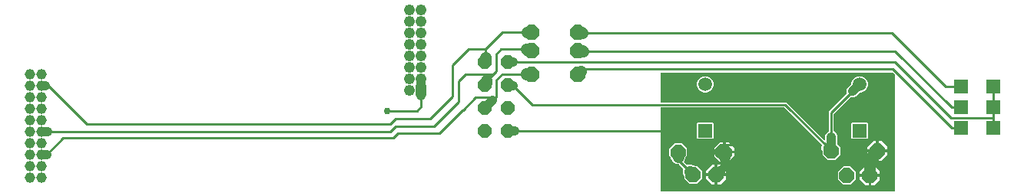
<source format=gbr>
G04 EAGLE Gerber RS-274X export*
G75*
%MOMM*%
%FSLAX34Y34*%
%LPD*%
%INTop Copper*%
%IPPOS*%
%AMOC8*
5,1,8,0,0,1.08239X$1,22.5*%
G01*
%ADD10R,1.508000X1.508000*%
%ADD11C,1.508000*%
%ADD12P,1.814519X8X22.500000*%
%ADD13P,1.814519X8X202.500000*%
%ADD14R,1.500000X1.500000*%
%ADD15P,1.649562X8X112.500000*%
%ADD16C,1.158000*%
%ADD17R,1.218000X1.218000*%
%ADD18C,1.218000*%
%ADD19C,0.254000*%
%ADD20C,1.270000*%
%ADD21C,1.016000*%
%ADD22C,0.203200*%
%ADD23C,0.756400*%

G36*
X584220Y115574D02*
X584220Y115574D01*
X584239Y115572D01*
X584341Y115594D01*
X584443Y115610D01*
X584460Y115620D01*
X584480Y115624D01*
X584569Y115677D01*
X584660Y115726D01*
X584674Y115740D01*
X584691Y115750D01*
X584758Y115829D01*
X584830Y115904D01*
X584838Y115922D01*
X584851Y115937D01*
X584890Y116033D01*
X584933Y116127D01*
X584935Y116147D01*
X584943Y116165D01*
X584961Y116332D01*
X584961Y244399D01*
X584947Y244489D01*
X584939Y244580D01*
X584927Y244610D01*
X584922Y244642D01*
X584879Y244723D01*
X584843Y244806D01*
X584817Y244839D01*
X584806Y244859D01*
X584783Y244881D01*
X584738Y244937D01*
X583011Y246664D01*
X582937Y246717D01*
X582868Y246777D01*
X582838Y246789D01*
X582812Y246808D01*
X582725Y246835D01*
X582640Y246869D01*
X582599Y246873D01*
X582577Y246880D01*
X582544Y246879D01*
X582473Y246887D01*
X327406Y246887D01*
X327386Y246884D01*
X327367Y246886D01*
X327265Y246864D01*
X327163Y246848D01*
X327146Y246838D01*
X327126Y246834D01*
X327037Y246781D01*
X326946Y246732D01*
X326932Y246718D01*
X326915Y246708D01*
X326848Y246629D01*
X326777Y246554D01*
X326768Y246536D01*
X326755Y246521D01*
X326716Y246425D01*
X326673Y246331D01*
X326671Y246311D01*
X326663Y246293D01*
X326645Y246126D01*
X326645Y214630D01*
X326648Y214610D01*
X326646Y214591D01*
X326668Y214489D01*
X326685Y214387D01*
X326694Y214370D01*
X326698Y214350D01*
X326751Y214261D01*
X326800Y214170D01*
X326814Y214156D01*
X326824Y214139D01*
X326903Y214072D01*
X326978Y214000D01*
X326996Y213992D01*
X327011Y213979D01*
X327107Y213940D01*
X327201Y213897D01*
X327221Y213895D01*
X327239Y213887D01*
X327406Y213869D01*
X465470Y213869D01*
X467330Y212009D01*
X507208Y172131D01*
X507266Y172089D01*
X507318Y172039D01*
X507365Y172017D01*
X507407Y171987D01*
X507476Y171966D01*
X507541Y171936D01*
X507593Y171930D01*
X507643Y171915D01*
X507714Y171917D01*
X507785Y171909D01*
X507836Y171920D01*
X507888Y171921D01*
X507956Y171946D01*
X508026Y171961D01*
X508071Y171988D01*
X508119Y172006D01*
X508175Y172050D01*
X508237Y172087D01*
X508271Y172127D01*
X508311Y172159D01*
X508350Y172220D01*
X508397Y172274D01*
X508416Y172322D01*
X508444Y172366D01*
X508462Y172436D01*
X508489Y172502D01*
X508497Y172574D01*
X508505Y172605D01*
X508503Y172628D01*
X508507Y172669D01*
X508507Y174161D01*
X508497Y174226D01*
X508496Y174292D01*
X508473Y174372D01*
X508468Y174404D01*
X508458Y174421D01*
X508449Y174453D01*
X508407Y174554D01*
X508407Y177182D01*
X509413Y179609D01*
X511271Y181467D01*
X511747Y181665D01*
X511847Y181726D01*
X511947Y181786D01*
X511951Y181791D01*
X511956Y181794D01*
X512031Y181884D01*
X512107Y181973D01*
X512109Y181979D01*
X512113Y181984D01*
X512155Y182092D01*
X512199Y182201D01*
X512200Y182209D01*
X512201Y182213D01*
X512202Y182232D01*
X512217Y182368D01*
X512217Y203850D01*
X514077Y205710D01*
X531858Y223490D01*
X531926Y223585D01*
X531996Y223679D01*
X531998Y223685D01*
X532001Y223690D01*
X532036Y223801D01*
X532072Y223913D01*
X532072Y223919D01*
X532074Y223925D01*
X532071Y224042D01*
X532069Y224159D01*
X532067Y224166D01*
X532067Y224171D01*
X532061Y224188D01*
X532023Y224320D01*
X531825Y224796D01*
X531825Y227424D01*
X532831Y229851D01*
X536812Y233833D01*
X536865Y233907D01*
X536925Y233976D01*
X536937Y234006D01*
X536956Y234033D01*
X536983Y234120D01*
X537017Y234204D01*
X537021Y234245D01*
X537028Y234268D01*
X537027Y234300D01*
X537035Y234371D01*
X537035Y235583D01*
X538415Y238915D01*
X540965Y241465D01*
X544297Y242845D01*
X547903Y242845D01*
X551235Y241465D01*
X553785Y238915D01*
X555165Y235583D01*
X555165Y231977D01*
X553785Y228645D01*
X551235Y226095D01*
X547903Y224715D01*
X546691Y224715D01*
X546601Y224701D01*
X546510Y224693D01*
X546480Y224681D01*
X546448Y224676D01*
X546368Y224633D01*
X546284Y224597D01*
X546252Y224571D01*
X546231Y224560D01*
X546209Y224537D01*
X546153Y224492D01*
X542171Y220511D01*
X539744Y219505D01*
X537116Y219505D01*
X536640Y219703D01*
X536526Y219729D01*
X536413Y219758D01*
X536406Y219757D01*
X536400Y219759D01*
X536284Y219748D01*
X536167Y219739D01*
X536162Y219736D01*
X536155Y219736D01*
X536048Y219688D01*
X535941Y219642D01*
X535935Y219638D01*
X535931Y219636D01*
X535917Y219623D01*
X535810Y219538D01*
X518030Y201757D01*
X517977Y201683D01*
X517917Y201614D01*
X517905Y201584D01*
X517886Y201558D01*
X517859Y201471D01*
X517825Y201386D01*
X517821Y201345D01*
X517814Y201323D01*
X517815Y201290D01*
X517807Y201219D01*
X517807Y182368D01*
X517826Y182253D01*
X517843Y182137D01*
X517845Y182131D01*
X517846Y182125D01*
X517901Y182023D01*
X517954Y181918D01*
X517959Y181913D01*
X517962Y181908D01*
X518046Y181828D01*
X518130Y181746D01*
X518136Y181742D01*
X518140Y181738D01*
X518157Y181731D01*
X518277Y181665D01*
X518753Y181467D01*
X520711Y179509D01*
X521717Y177082D01*
X521717Y167995D01*
X521731Y167905D01*
X521739Y167814D01*
X521751Y167784D01*
X521756Y167752D01*
X521799Y167671D01*
X521835Y167587D01*
X521861Y167555D01*
X521872Y167535D01*
X521895Y167513D01*
X521940Y167457D01*
X525019Y164378D01*
X525019Y156170D01*
X519216Y150367D01*
X511008Y150367D01*
X505205Y156170D01*
X505205Y158972D01*
X505203Y158988D01*
X505204Y159001D01*
X505195Y159046D01*
X505194Y159102D01*
X505171Y159182D01*
X505166Y159215D01*
X505156Y159232D01*
X505147Y159263D01*
X504062Y161883D01*
X504062Y165015D01*
X504558Y166211D01*
X504584Y166325D01*
X504613Y166438D01*
X504612Y166445D01*
X504614Y166451D01*
X504603Y166567D01*
X504594Y166684D01*
X504591Y166689D01*
X504591Y166696D01*
X504543Y166803D01*
X504497Y166910D01*
X504493Y166916D01*
X504491Y166920D01*
X504478Y166934D01*
X504393Y167041D01*
X463377Y208056D01*
X463303Y208109D01*
X463234Y208169D01*
X463204Y208181D01*
X463178Y208200D01*
X463091Y208227D01*
X463006Y208261D01*
X462965Y208265D01*
X462943Y208272D01*
X462910Y208271D01*
X462839Y208279D01*
X327406Y208279D01*
X327386Y208276D01*
X327367Y208278D01*
X327265Y208256D01*
X327163Y208240D01*
X327146Y208230D01*
X327126Y208226D01*
X327037Y208173D01*
X326946Y208124D01*
X326932Y208110D01*
X326915Y208100D01*
X326848Y208021D01*
X326777Y207946D01*
X326768Y207928D01*
X326755Y207913D01*
X326716Y207817D01*
X326673Y207723D01*
X326671Y207703D01*
X326663Y207685D01*
X326645Y207518D01*
X326645Y116332D01*
X326648Y116312D01*
X326646Y116293D01*
X326668Y116191D01*
X326685Y116089D01*
X326694Y116072D01*
X326698Y116052D01*
X326751Y115963D01*
X326800Y115872D01*
X326814Y115858D01*
X326824Y115841D01*
X326903Y115774D01*
X326978Y115702D01*
X326996Y115694D01*
X327011Y115681D01*
X327107Y115642D01*
X327201Y115599D01*
X327221Y115597D01*
X327239Y115589D01*
X327406Y115571D01*
X584200Y115571D01*
X584220Y115574D01*
G37*
%LPC*%
G36*
X358608Y123951D02*
X358608Y123951D01*
X352805Y129754D01*
X352805Y132313D01*
X352798Y132354D01*
X352799Y132358D01*
X352795Y132375D01*
X352791Y132403D01*
X352783Y132494D01*
X352771Y132524D01*
X352766Y132556D01*
X352749Y132587D01*
X352747Y132598D01*
X352721Y132642D01*
X352687Y132720D01*
X352661Y132752D01*
X352650Y132773D01*
X352631Y132792D01*
X352620Y132809D01*
X352606Y132821D01*
X352582Y132851D01*
X352480Y132953D01*
X351281Y135848D01*
X351281Y138980D01*
X351777Y140176D01*
X351803Y140289D01*
X351832Y140403D01*
X351831Y140410D01*
X351833Y140416D01*
X351822Y140532D01*
X351813Y140649D01*
X351810Y140654D01*
X351810Y140661D01*
X351762Y140769D01*
X351716Y140875D01*
X351712Y140881D01*
X351710Y140885D01*
X351697Y140899D01*
X351612Y141006D01*
X347299Y145318D01*
X347225Y145371D01*
X347156Y145431D01*
X347126Y145443D01*
X347100Y145462D01*
X347012Y145489D01*
X346928Y145523D01*
X346887Y145527D01*
X346865Y145534D01*
X346832Y145533D01*
X346761Y145541D01*
X344636Y145541D01*
X341741Y146740D01*
X339526Y148955D01*
X338327Y151850D01*
X338327Y152553D01*
X338313Y152643D01*
X338305Y152734D01*
X338293Y152764D01*
X338288Y152796D01*
X338245Y152877D01*
X338209Y152961D01*
X338183Y152993D01*
X338172Y153013D01*
X338149Y153035D01*
X338104Y153091D01*
X336295Y154900D01*
X336295Y163108D01*
X342098Y168911D01*
X350306Y168911D01*
X356109Y163108D01*
X356109Y154900D01*
X354300Y153091D01*
X354247Y153017D01*
X354187Y152948D01*
X354175Y152918D01*
X354156Y152892D01*
X354129Y152805D01*
X354095Y152720D01*
X354091Y152679D01*
X354084Y152657D01*
X354085Y152624D01*
X354077Y152553D01*
X354077Y151850D01*
X352878Y148955D01*
X352761Y148838D01*
X352749Y148822D01*
X352734Y148810D01*
X352705Y148765D01*
X352674Y148733D01*
X352654Y148690D01*
X352617Y148638D01*
X352611Y148619D01*
X352601Y148603D01*
X352585Y148541D01*
X352570Y148509D01*
X352567Y148474D01*
X352545Y148403D01*
X352545Y148383D01*
X352540Y148364D01*
X352546Y148291D01*
X352543Y148265D01*
X352549Y148239D01*
X352551Y148157D01*
X352558Y148139D01*
X352560Y148119D01*
X352591Y148044D01*
X352596Y148025D01*
X352606Y148007D01*
X352636Y147926D01*
X352648Y147911D01*
X352656Y147893D01*
X352761Y147762D01*
X355564Y144958D01*
X355659Y144890D01*
X355753Y144820D01*
X355759Y144818D01*
X355764Y144815D01*
X355875Y144780D01*
X355987Y144744D01*
X355993Y144744D01*
X355999Y144742D01*
X356116Y144745D01*
X356233Y144747D01*
X356240Y144749D01*
X356245Y144749D01*
X356262Y144755D01*
X356394Y144793D01*
X357590Y145289D01*
X360722Y145289D01*
X363617Y144090D01*
X363719Y143988D01*
X363793Y143935D01*
X363862Y143875D01*
X363892Y143863D01*
X363919Y143844D01*
X364006Y143817D01*
X364090Y143783D01*
X364131Y143779D01*
X364154Y143772D01*
X364186Y143773D01*
X364257Y143765D01*
X366816Y143765D01*
X372619Y137962D01*
X372619Y129754D01*
X366816Y123951D01*
X358608Y123951D01*
G37*
%LPD*%
%LPC*%
G36*
X537928Y173715D02*
X537928Y173715D01*
X537035Y174608D01*
X537035Y190952D01*
X537928Y191845D01*
X554272Y191845D01*
X555165Y190952D01*
X555165Y174608D01*
X554272Y173715D01*
X537928Y173715D01*
G37*
%LPD*%
%LPC*%
G36*
X367748Y173715D02*
X367748Y173715D01*
X366855Y174608D01*
X366855Y190952D01*
X367748Y191845D01*
X384092Y191845D01*
X384985Y190952D01*
X384985Y174608D01*
X384092Y173715D01*
X367748Y173715D01*
G37*
%LPD*%
%LPC*%
G36*
X528026Y123189D02*
X528026Y123189D01*
X522223Y128992D01*
X522223Y137200D01*
X528026Y143003D01*
X536234Y143003D01*
X542037Y137200D01*
X542037Y128992D01*
X536234Y123189D01*
X528026Y123189D01*
G37*
%LPD*%
%LPC*%
G36*
X374117Y224715D02*
X374117Y224715D01*
X370785Y226095D01*
X368235Y228645D01*
X366855Y231977D01*
X366855Y235583D01*
X368235Y238915D01*
X370785Y241465D01*
X374117Y242845D01*
X377723Y242845D01*
X381055Y241465D01*
X383605Y238915D01*
X384985Y235583D01*
X384985Y231977D01*
X383605Y228645D01*
X381055Y226095D01*
X377723Y224715D01*
X374117Y224715D01*
G37*
%LPD*%
%LPC*%
G36*
X567435Y161797D02*
X567435Y161797D01*
X567435Y171197D01*
X570436Y171197D01*
X576835Y164798D01*
X576835Y161797D01*
X567435Y161797D01*
G37*
%LPD*%
%LPC*%
G36*
X398525Y160527D02*
X398525Y160527D01*
X398525Y169927D01*
X401526Y169927D01*
X407925Y163528D01*
X407925Y160527D01*
X398525Y160527D01*
G37*
%LPD*%
%LPC*%
G36*
X389635Y135381D02*
X389635Y135381D01*
X389635Y144781D01*
X392636Y144781D01*
X399035Y138382D01*
X399035Y135381D01*
X389635Y135381D01*
G37*
%LPD*%
%LPC*%
G36*
X559053Y134619D02*
X559053Y134619D01*
X559053Y144019D01*
X562054Y144019D01*
X568453Y137620D01*
X568453Y134619D01*
X559053Y134619D01*
G37*
%LPD*%
%LPC*%
G36*
X554989Y161797D02*
X554989Y161797D01*
X554989Y164798D01*
X561388Y171197D01*
X564389Y171197D01*
X564389Y161797D01*
X554989Y161797D01*
G37*
%LPD*%
%LPC*%
G36*
X386079Y160527D02*
X386079Y160527D01*
X386079Y163528D01*
X392478Y169927D01*
X395479Y169927D01*
X395479Y160527D01*
X386079Y160527D01*
G37*
%LPD*%
%LPC*%
G36*
X567435Y149351D02*
X567435Y149351D01*
X567435Y158751D01*
X576835Y158751D01*
X576835Y155750D01*
X570436Y149351D01*
X567435Y149351D01*
G37*
%LPD*%
%LPC*%
G36*
X398525Y148081D02*
X398525Y148081D01*
X398525Y157481D01*
X407925Y157481D01*
X407925Y154480D01*
X401526Y148081D01*
X398525Y148081D01*
G37*
%LPD*%
%LPC*%
G36*
X377189Y135381D02*
X377189Y135381D01*
X377189Y138382D01*
X383588Y144781D01*
X386589Y144781D01*
X386589Y135381D01*
X377189Y135381D01*
G37*
%LPD*%
%LPC*%
G36*
X546607Y134619D02*
X546607Y134619D01*
X546607Y137620D01*
X553006Y144019D01*
X556007Y144019D01*
X556007Y134619D01*
X546607Y134619D01*
G37*
%LPD*%
%LPC*%
G36*
X389635Y122935D02*
X389635Y122935D01*
X389635Y132335D01*
X399035Y132335D01*
X399035Y129334D01*
X392636Y122935D01*
X389635Y122935D01*
G37*
%LPD*%
%LPC*%
G36*
X559053Y122173D02*
X559053Y122173D01*
X559053Y131573D01*
X568453Y131573D01*
X568453Y128572D01*
X562054Y122173D01*
X559053Y122173D01*
G37*
%LPD*%
%LPC*%
G36*
X561388Y149351D02*
X561388Y149351D01*
X554989Y155750D01*
X554989Y158751D01*
X564389Y158751D01*
X564389Y149351D01*
X561388Y149351D01*
G37*
%LPD*%
%LPC*%
G36*
X392478Y148081D02*
X392478Y148081D01*
X386079Y154480D01*
X386079Y157481D01*
X395479Y157481D01*
X395479Y148081D01*
X392478Y148081D01*
G37*
%LPD*%
%LPC*%
G36*
X383588Y122935D02*
X383588Y122935D01*
X377189Y129334D01*
X377189Y132335D01*
X386589Y132335D01*
X386589Y122935D01*
X383588Y122935D01*
G37*
%LPD*%
%LPC*%
G36*
X553006Y122173D02*
X553006Y122173D01*
X546607Y128572D01*
X546607Y131573D01*
X556007Y131573D01*
X556007Y122173D01*
X553006Y122173D01*
G37*
%LPD*%
%LPC*%
G36*
X565911Y160273D02*
X565911Y160273D01*
X565911Y160275D01*
X565913Y160275D01*
X565913Y160273D01*
X565911Y160273D01*
G37*
%LPD*%
%LPC*%
G36*
X397001Y159003D02*
X397001Y159003D01*
X397001Y159005D01*
X397003Y159005D01*
X397003Y159003D01*
X397001Y159003D01*
G37*
%LPD*%
%LPC*%
G36*
X388111Y133857D02*
X388111Y133857D01*
X388111Y133859D01*
X388113Y133859D01*
X388113Y133857D01*
X388111Y133857D01*
G37*
%LPD*%
%LPC*%
G36*
X557529Y133095D02*
X557529Y133095D01*
X557529Y133097D01*
X557531Y133097D01*
X557531Y133095D01*
X557529Y133095D01*
G37*
%LPD*%
D10*
X375920Y182780D03*
D11*
X375920Y233780D03*
D10*
X546100Y182780D03*
D11*
X546100Y233780D03*
D12*
X362712Y133858D03*
X388112Y133858D03*
X532130Y133096D03*
X557530Y133096D03*
D13*
X397002Y159004D03*
X346202Y159004D03*
X565912Y160274D03*
X515112Y160274D03*
D14*
X693140Y231140D03*
X658140Y231140D03*
X693140Y208280D03*
X658140Y208280D03*
X693140Y185420D03*
X658140Y185420D03*
D13*
X235712Y245415D03*
X184912Y245415D03*
X235864Y271170D03*
X185064Y271170D03*
X235763Y291592D03*
X184963Y291592D03*
D15*
X158496Y182118D03*
X158496Y207518D03*
X158496Y232918D03*
X158496Y258318D03*
X133096Y182118D03*
X133096Y207518D03*
X133096Y232918D03*
X133096Y258318D03*
D16*
X-355854Y131064D03*
X-355854Y143764D03*
X-355854Y156464D03*
X-355854Y169164D03*
X-355854Y181864D03*
X-355854Y194564D03*
X-355854Y207264D03*
X-355854Y219964D03*
X-355854Y232664D03*
X-355854Y245364D03*
X-368554Y245364D03*
X-368554Y232664D03*
X-368554Y219964D03*
X-368554Y207264D03*
X-368554Y194564D03*
X-368554Y181864D03*
X-368554Y169164D03*
X-368554Y156464D03*
X-368554Y143764D03*
X-368554Y131064D03*
D17*
X62992Y227330D03*
D18*
X50292Y227330D03*
X62992Y240030D03*
X50292Y240030D03*
X62992Y252730D03*
X50292Y252730D03*
X62992Y265430D03*
X50292Y265430D03*
X62992Y278130D03*
X50292Y278130D03*
X62992Y290830D03*
X50292Y290830D03*
X62992Y303530D03*
X50292Y303530D03*
X62992Y316230D03*
X50292Y316230D03*
D19*
X464312Y211074D02*
X511937Y163449D01*
X185420Y211074D02*
X164084Y232410D01*
X185420Y211074D02*
X464312Y211074D01*
D20*
X511937Y163449D02*
X515112Y160274D01*
D19*
X515012Y202692D02*
X538430Y226110D01*
X515012Y202692D02*
X515012Y175868D01*
D21*
X515112Y175768D02*
X515112Y160274D01*
X515112Y175768D02*
X515012Y175868D01*
X538430Y226110D02*
X546100Y233780D01*
X164084Y232410D02*
X159004Y232410D01*
X158496Y232918D01*
D19*
X648208Y185420D02*
X658140Y185420D01*
X648208Y185420D02*
X582574Y251054D01*
X241351Y251054D01*
X238735Y248437D01*
D20*
X235712Y245415D01*
D19*
X241300Y270662D02*
X585064Y270662D01*
X647446Y208280D02*
X658140Y208280D01*
X647446Y208280D02*
X585064Y270662D01*
D20*
X240792Y271170D02*
X235864Y271170D01*
X240792Y271170D02*
X241300Y270662D01*
D19*
X641401Y231140D02*
X658140Y231140D01*
X582168Y290373D02*
X240284Y290373D01*
X582168Y290373D02*
X641401Y231140D01*
D20*
X240284Y290373D02*
X238303Y292354D01*
X236525Y292354D02*
X235763Y291592D01*
X236525Y292354D02*
X238303Y292354D01*
D19*
X346202Y150368D02*
X359156Y137414D01*
X346202Y150368D02*
X346202Y153416D01*
D20*
X359156Y137414D02*
X362712Y133858D01*
X346202Y153416D02*
X346202Y159004D01*
D19*
X693140Y185420D02*
X693140Y196716D01*
X693140Y197460D02*
X693140Y208280D01*
X693140Y231140D01*
X647298Y196716D02*
X585493Y258521D01*
X647298Y196716D02*
X693140Y196716D01*
X585493Y258521D02*
X164338Y258521D01*
D21*
X158699Y258521D02*
X158496Y258318D01*
X158699Y258521D02*
X164338Y258521D01*
D19*
X553466Y145542D02*
X564642Y156718D01*
X553466Y145542D02*
X508000Y145542D01*
X486156Y167386D01*
D20*
X557530Y151892D02*
X565912Y160274D01*
X557530Y151892D02*
X557530Y139954D01*
X565912Y157988D02*
X565912Y160274D01*
X565912Y157988D02*
X564642Y156718D01*
D19*
X343916Y182118D02*
X166878Y182118D01*
X367030Y159004D02*
X384810Y159004D01*
X397002Y159004D01*
X367030Y159004D02*
X343916Y182118D01*
X393446Y150114D02*
X397002Y153670D01*
X393446Y139700D02*
X393700Y139446D01*
X393446Y139700D02*
X393446Y150114D01*
D20*
X392430Y159004D02*
X397002Y159004D01*
X397002Y153670D01*
D21*
X166116Y182118D02*
X158496Y182118D01*
D22*
X166116Y182118D02*
X166878Y182118D01*
D19*
X384810Y159004D02*
X393192Y167386D01*
X486156Y167386D01*
D21*
X556260Y134366D02*
X557530Y133096D01*
X556260Y134366D02*
X556260Y138684D01*
X557530Y139954D01*
X393700Y139446D02*
X388112Y133858D01*
D19*
X62992Y209550D02*
X62992Y221488D01*
X58166Y204724D02*
X25908Y204724D01*
D23*
X25908Y204724D03*
D19*
X58166Y204724D02*
X62992Y209550D01*
D23*
X339344Y230886D03*
D21*
X62992Y227330D02*
X62992Y240030D01*
X62992Y227330D02*
X62992Y221488D01*
D20*
X179070Y245415D02*
X184912Y245415D01*
X179070Y245415D02*
X178901Y245584D01*
D21*
X141478Y215900D02*
X133096Y207518D01*
D19*
X141478Y215900D02*
X145034Y219456D01*
X145542Y238756D02*
X152201Y245415D01*
X184912Y245415D01*
X145542Y238756D02*
X145542Y219964D01*
X145034Y219456D01*
X123190Y219456D01*
X32512Y174752D02*
X-331470Y174752D01*
X-349758Y156464D01*
X32512Y174752D02*
X37338Y179578D01*
X83312Y179578D01*
X108712Y204978D01*
X108966Y205232D02*
X123190Y219456D01*
D21*
X-349758Y156464D02*
X-355854Y156464D01*
D19*
X-348996Y181864D02*
X29210Y181864D01*
X34544Y187198D01*
X77216Y187198D01*
X104648Y214630D01*
X104648Y237744D01*
X150906Y272542D02*
X178816Y272542D01*
X150906Y272542D02*
X145796Y267432D01*
X145796Y248412D01*
D20*
X134874Y235458D02*
X133096Y233680D01*
X134874Y235458D02*
X134874Y238506D01*
X180188Y271170D02*
X185064Y271170D01*
X180188Y271170D02*
X178816Y272542D01*
D19*
X135890Y238506D02*
X134874Y238506D01*
X142240Y244856D02*
X145796Y248412D01*
X142240Y244856D02*
X135890Y238506D01*
X111760Y244856D02*
X104648Y237744D01*
X111760Y244856D02*
X142240Y244856D01*
D21*
X-348996Y181864D02*
X-355854Y181864D01*
D19*
X152908Y291592D02*
X179324Y291592D01*
D20*
X133858Y263398D02*
X133858Y259080D01*
D19*
X133858Y263398D02*
X133858Y272542D01*
X152908Y291592D01*
D20*
X179324Y291592D02*
X184963Y291592D01*
D19*
X133858Y272542D02*
X115062Y272542D01*
X28956Y190246D02*
X-305308Y190246D01*
X-347726Y232664D02*
X-351028Y232664D01*
X-347726Y232664D02*
X-305308Y190246D01*
X97282Y220472D02*
X97282Y254762D01*
X115062Y272542D01*
X34544Y195834D02*
X28956Y190246D01*
X34544Y195834D02*
X72644Y195834D01*
X97282Y220472D01*
D21*
X-351028Y232664D02*
X-355854Y232664D01*
M02*

</source>
